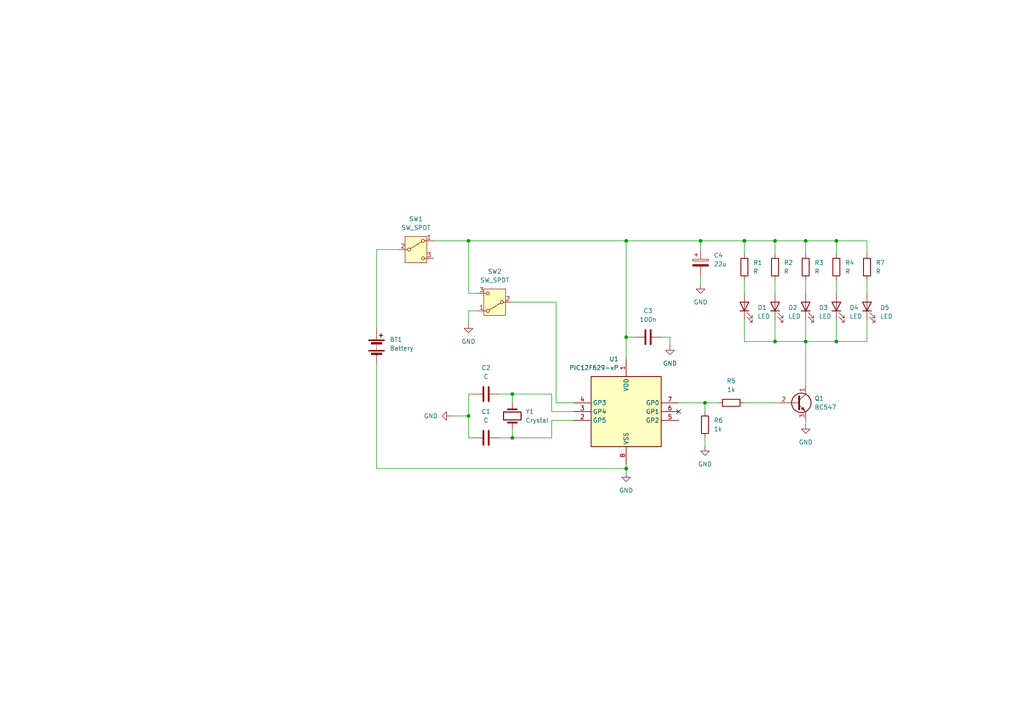
<source format=kicad_sch>
(kicad_sch (version 20250114) (generator "eeschema") (generator_version "9.0")
  (paper "A4")
  (lib_symbols
    (symbol "Device:Battery" (pin_numbers (hide yes)) (pin_names (offset 0) (hide yes))
      (property "Reference" "BT" (at 2.54 2.54 0))
      (property "Value" "Battery" (at 2.54 0 0))
      (symbol "Battery_0_1"
        (rectangle (start -2.286 1.778) (end 2.286 1.524) (fill (type outline)))
        (rectangle (start -2.286 -1.27) (end 2.286 -1.524) (fill (type outline)))
        (rectangle (start -1.524 1.016) (end 1.524 0.508) (fill (type outline)))
        (rectangle (start -1.524 -2.032) (end 1.524 -2.54) (fill (type outline)))
        (polyline (pts (xy 0 1.778) (xy 0 2.54)))
        (polyline (pts (xy 0 0) (xy 0 0.254)))
        (polyline (pts (xy 0 -0.508) (xy 0 -0.254)))
        (polyline (pts (xy 0 -1.016) (xy 0 -0.762)))
        (polyline (pts (xy 0.762 3.048) (xy 1.778 3.048)) (stroke (width 0.254)))
        (polyline (pts (xy 1.27 3.556) (xy 1.27 2.54)) (stroke (width 0.254)))
      )
      (symbol "Battery_1_1"
        (pin passive line (at 0 5.08 270) (length 2.54) (name "+") (number "1"))
        (pin passive line (at 0 -5.08 90) (length 2.54) (name "-") (number "2"))
      )
    )
    (symbol "Device:C" (pin_numbers (hide yes)) (pin_names (offset 0.254))
      (property "Reference" "C" (at 0.635 2.54 0))
      (property "Value" "C" (at 0.635 -2.54 0))
      (symbol "C_0_1"
        (polyline (pts (xy -2.032 0.762) (xy 2.032 0.762)) (stroke (width 0.508)))
        (polyline (pts (xy -2.032 -0.762) (xy 2.032 -0.762)) (stroke (width 0.508)))
      )
      (symbol "C_1_1"
        (pin passive line (at 0 3.81 270) (length 2.794) (name "~") (number "1"))
        (pin passive line (at 0 -3.81 90) (length 2.794) (name "~") (number "2"))
      )
    )
    (symbol "Device:C_Polarized" (pin_numbers (hide yes)) (pin_names (offset 0.254))
      (property "Reference" "C" (at 0.635 2.54 0))
      (property "Value" "C_Polarized" (at 0.635 -2.54 0))
      (symbol "C_Polarized_0_1"
        (rectangle (start -2.286 0.508) (end 2.286 1.016))
        (polyline (pts (xy -1.778 2.286) (xy -0.762 2.286)))
        (polyline (pts (xy -1.27 2.794) (xy -1.27 1.778)))
        (rectangle (start 2.286 -0.508) (end -2.286 -1.016) (fill (type outline)))
      )
      (symbol "C_Polarized_1_1"
        (pin passive line (at 0 3.81 270) (length 2.794) (name "~") (number "1"))
        (pin passive line (at 0 -3.81 90) (length 2.794) (name "~") (number "2"))
      )
    )
    (symbol "Device:Crystal" (pin_numbers (hide yes)) (pin_names (offset 1.016) (hide yes))
      (property "Reference" "Y" (at 0 3.81 0))
      (property "Value" "Crystal" (at 0 -3.81 0))
      (symbol "Crystal_0_1"
        (polyline (pts (xy -2.54 0) (xy -1.905 0)))
        (polyline (pts (xy -1.905 -1.27) (xy -1.905 1.27)) (stroke (width 0.508)))
        (rectangle (start -1.143 2.54) (end 1.143 -2.54) (stroke (width 0.3048)))
        (polyline (pts (xy 1.905 -1.27) (xy 1.905 1.27)) (stroke (width 0.508)))
        (polyline (pts (xy 2.54 0) (xy 1.905 0)))
      )
      (symbol "Crystal_1_1"
        (pin passive line (at -3.81 0 0) (length 1.27) (name "1") (number "1"))
        (pin passive line (at 3.81 0 180) (length 1.27) (name "2") (number "2"))
      )
    )
    (symbol "Device:LED" (pin_numbers (hide yes)) (pin_names (offset 1.016) (hide yes))
      (property "Reference" "D" (at 0 2.54 0))
      (property "Value" "LED" (at 0 -2.54 0))
      (symbol "LED_0_1"
        (polyline (pts (xy -3.048 -0.762) (xy -4.572 -2.286) (xy -3.81 -2.286) (xy -4.572 -2.286) (xy -4.572 -1.524)))
        (polyline (pts (xy -1.778 -0.762) (xy -3.302 -2.286) (xy -2.54 -2.286) (xy -3.302 -2.286) (xy -3.302 -1.524)))
        (polyline (pts (xy -1.27 0) (xy 1.27 0)))
        (polyline (pts (xy -1.27 -1.27) (xy -1.27 1.27)) (stroke (width 0.254)))
        (polyline (pts (xy 1.27 -1.27) (xy 1.27 1.27) (xy -1.27 0) (xy 1.27 -1.27)) (stroke (width 0.254)))
      )
      (symbol "LED_1_1"
        (pin passive line (at -3.81 0 0) (length 2.54) (name "K") (number "1"))
        (pin passive line (at 3.81 0 180) (length 2.54) (name "A") (number "2"))
      )
    )
    (symbol "Device:R" (pin_numbers (hide yes)) (pin_names (offset 0))
      (property "Reference" "R" (at 2.032 0 90))
      (property "Value" "R" (at 0 0 90))
      (symbol "R_0_1"
        (rectangle (start -1.016 -2.54) (end 1.016 2.54) (stroke (width 0.254)))
      )
      (symbol "R_1_1"
        (pin passive line (at 0 3.81 270) (length 1.27) (name "~") (number "1"))
        (pin passive line (at 0 -3.81 90) (length 1.27) (name "~") (number "2"))
      )
    )
    (symbol "MCU_Microchip_PIC12:PIC12F629-xP"
      (property "Reference" "U" (at 1.27 13.97 0))
      (property "Value" "PIC12F629-xP" (at 1.27 11.43 0))
      (symbol "PIC12F629-xP_0_1"
        (rectangle (start 10.16 -10.16) (end -10.16 10.16) (stroke (width 0.254)) (fill (type background)))
      )
      (symbol "PIC12F629-xP_1_1"
        (pin bidirectional line (at -15.24 2.54 0) (length 5.08) (name "GP0") (number "7"))
        (pin bidirectional line (at -15.24 0 0) (length 5.08) (name "GP1") (number "6"))
        (pin bidirectional line (at -15.24 -2.54 0) (length 5.08) (name "GP2") (number "5"))
        (pin power_in line (at 0 15.24 270) (length 5.08) (name "VDD") (number "1"))
        (pin power_in line (at 0 -15.24 90) (length 5.08) (name "VSS") (number "8"))
        (pin input line (at 15.24 2.54 180) (length 5.08) (name "GP3") (number "4"))
        (pin bidirectional line (at 15.24 0 180) (length 5.08) (name "GP4") (number "3"))
        (pin bidirectional line (at 15.24 -2.54 180) (length 5.08) (name "GP5") (number "2"))
      )
    )
    (symbol "Switch:SW_SPDT" (pin_names (offset 0) (hide yes))
      (property "Reference" "SW" (at 0 5.08 0))
      (property "Value" "SW_SPDT" (at 0 -5.08 0))
      (symbol "SW_SPDT_0_1"
        (circle (center -2.032 0) (radius 0.4572))
        (polyline (pts (xy -1.651 0.254) (xy 1.651 2.286)))
        (circle (center 2.032 2.54) (radius 0.4572))
        (circle (center 2.032 -2.54) (radius 0.4572))
      )
      (symbol "SW_SPDT_1_1"
        (rectangle (start -3.175 3.81) (end 3.175 -3.81) (fill (type background)))
        (pin passive line (at -5.08 0 0) (length 2.54) (name "B") (number "2"))
        (pin passive line (at 5.08 2.54 180) (length 2.54) (name "A") (number "1"))
        (pin passive line (at 5.08 -2.54 180) (length 2.54) (name "C") (number "3"))
      )
    )
    (symbol "Transistor_BJT:BC547" (pin_names (offset 0) (hide yes))
      (property "Reference" "Q" (at 5.08 1.905 0))
      (property "Value" "BC547" (at 5.08 0 0))
      (symbol "BC547_0_1"
        (polyline (pts (xy -2.54 0) (xy 0.635 0)))
        (polyline (pts (xy 0.635 1.905) (xy 0.635 -1.905)) (stroke (width 0.508)))
        (circle (center 1.27 0) (radius 2.8194) (stroke (width 0.254)))
      )
      (symbol "BC547_1_1"
        (polyline (pts (xy 0.635 0.635) (xy 2.54 2.54)))
        (polyline (pts (xy 0.635 -0.635) (xy 2.54 -2.54)))
        (polyline (pts (xy 1.27 -1.778) (xy 1.778 -1.27) (xy 2.286 -2.286) (xy 1.27 -1.778)) (fill (type outline)))
        (pin input line (at -5.08 0 0) (length 2.54) (name "B") (number "2"))
        (pin passive line (at 2.54 5.08 270) (length 2.54) (name "C") (number "1"))
        (pin passive line (at 2.54 -5.08 90) (length 2.54) (name "E") (number "3"))
      )
    )
    (symbol "power:GND" (power) (pin_numbers (hide yes)) (pin_names (offset 0) (hide yes))
      (property "Value" "GND" (at 0 -3.81 0))
      (symbol "GND_0_1"
        (polyline (pts (xy 0 0) (xy 0 -1.27) (xy 1.27 -1.27) (xy 0 -2.54) (xy -1.27 -1.27) (xy 0 -1.27)))
      )
      (symbol "GND_1_1"
        (pin power_in line (at 0 0 270) (length 0) (name "~") (number "1"))
      )
    )
  )
  (junction (at 181.61 135.89))
  (junction (at 215.9 69.85))
  (junction (at 135.89 120.65))
  (junction (at 233.68 69.85))
  (junction (at 148.59 114.3))
  (junction (at 181.61 69.85))
  (junction (at 204.47 116.84))
  (junction (at 233.68 99.06))
  (junction (at 148.59 127))
  (junction (at 203.2 69.85))
  (junction (at 242.57 69.85))
  (junction (at 224.79 99.06))
  (junction (at 242.57 99.06))
  (junction (at 224.79 69.85))
  (junction (at 181.61 97.79))
  (junction (at 135.89 69.85))
  (no_connect (at 196.85 119.38))
  (wire (pts (xy 138.43 90.17) (xy 135.89 90.17)))
  (wire (pts (xy 224.79 81.28) (xy 224.79 85.09)))
  (wire (pts (xy 109.22 95.25) (xy 109.22 72.39)))
  (wire (pts (xy 233.68 92.71) (xy 233.68 99.06)))
  (wire (pts (xy 144.78 127) (xy 148.59 127)))
  (wire (pts (xy 125.73 69.85) (xy 135.89 69.85)))
  (wire (pts (xy 215.9 81.28) (xy 215.9 85.09)))
  (wire (pts (xy 233.68 99.06) (xy 242.57 99.06)))
  (wire (pts (xy 135.89 69.85) (xy 181.61 69.85)))
  (wire (pts (xy 135.89 114.3) (xy 137.16 114.3)))
  (wire (pts (xy 251.46 92.71) (xy 251.46 99.06)))
  (wire (pts (xy 233.68 121.92) (xy 233.68 123.19)))
  (wire (pts (xy 109.22 105.41) (xy 109.22 135.89)))
  (wire (pts (xy 215.9 116.84) (xy 226.06 116.84)))
  (wire (pts (xy 135.89 120.65) (xy 135.89 127)))
  (wire (pts (xy 148.59 114.3) (xy 148.59 116.84)))
  (wire (pts (xy 166.37 116.84) (xy 161.29 116.84)))
  (wire (pts (xy 203.2 80.01) (xy 203.2 82.55)))
  (wire (pts (xy 233.68 99.06) (xy 233.68 111.76)))
  (wire (pts (xy 109.22 72.39) (xy 115.57 72.39)))
  (wire (pts (xy 135.89 120.65) (xy 135.89 114.3)))
  (wire (pts (xy 224.79 69.85) (xy 224.79 73.66)))
  (wire (pts (xy 138.43 85.09) (xy 135.89 85.09)))
  (wire (pts (xy 215.9 92.71) (xy 215.9 99.06)))
  (wire (pts (xy 251.46 81.28) (xy 251.46 85.09)))
  (wire (pts (xy 161.29 87.63) (xy 148.59 87.63)))
  (wire (pts (xy 251.46 73.66) (xy 251.46 69.85)))
  (wire (pts (xy 215.9 99.06) (xy 224.79 99.06)))
  (wire (pts (xy 204.47 116.84) (xy 208.28 116.84)))
  (wire (pts (xy 166.37 119.38) (xy 160.02 119.38)))
  (wire (pts (xy 148.59 124.46) (xy 148.59 127)))
  (wire (pts (xy 242.57 69.85) (xy 251.46 69.85)))
  (wire (pts (xy 181.61 69.85) (xy 181.61 97.79)))
  (wire (pts (xy 160.02 114.3) (xy 148.59 114.3)))
  (wire (pts (xy 181.61 97.79) (xy 184.15 97.79)))
  (wire (pts (xy 161.29 116.84) (xy 161.29 87.63)))
  (wire (pts (xy 224.79 92.71) (xy 224.79 99.06)))
  (wire (pts (xy 242.57 81.28) (xy 242.57 85.09)))
  (wire (pts (xy 181.61 135.89) (xy 181.61 137.16)))
  (wire (pts (xy 203.2 69.85) (xy 215.9 69.85)))
  (wire (pts (xy 181.61 69.85) (xy 203.2 69.85)))
  (wire (pts (xy 224.79 99.06) (xy 233.68 99.06)))
  (wire (pts (xy 160.02 119.38) (xy 160.02 114.3)))
  (wire (pts (xy 135.89 69.85) (xy 135.89 85.09)))
  (wire (pts (xy 130.81 120.65) (xy 135.89 120.65)))
  (wire (pts (xy 233.68 81.28) (xy 233.68 85.09)))
  (wire (pts (xy 215.9 73.66) (xy 215.9 69.85)))
  (wire (pts (xy 196.85 116.84) (xy 204.47 116.84)))
  (wire (pts (xy 224.79 69.85) (xy 233.68 69.85)))
  (wire (pts (xy 233.68 69.85) (xy 233.68 73.66)))
  (wire (pts (xy 181.61 134.62) (xy 181.61 135.89)))
  (wire (pts (xy 203.2 69.85) (xy 203.2 72.39)))
  (wire (pts (xy 215.9 69.85) (xy 224.79 69.85)))
  (wire (pts (xy 144.78 114.3) (xy 148.59 114.3)))
  (wire (pts (xy 242.57 73.66) (xy 242.57 69.85)))
  (wire (pts (xy 181.61 97.79) (xy 181.61 104.14)))
  (wire (pts (xy 135.89 90.17) (xy 135.89 93.98)))
  (wire (pts (xy 251.46 99.06) (xy 242.57 99.06)))
  (wire (pts (xy 137.16 127) (xy 135.89 127)))
  (wire (pts (xy 191.77 97.79) (xy 194.31 97.79)))
  (wire (pts (xy 194.31 100.33) (xy 194.31 97.79)))
  (wire (pts (xy 242.57 99.06) (xy 242.57 92.71)))
  (wire (pts (xy 160.02 121.92) (xy 160.02 127)))
  (wire (pts (xy 204.47 116.84) (xy 204.47 119.38)))
  (wire (pts (xy 242.57 69.85) (xy 233.68 69.85)))
  (wire (pts (xy 148.59 127) (xy 160.02 127)))
  (wire (pts (xy 166.37 121.92) (xy 160.02 121.92)))
  (wire (pts (xy 109.22 135.89) (xy 181.61 135.89)))
  (wire (pts (xy 204.47 127) (xy 204.47 129.54)))
  (symbol (lib_id "Switch:SW_SPDT") (at 143.51 87.63 180) (unit 1)
    (property "Reference" "SW2" (at 143.51 78.74 0))
    (property "Value" "SW_SPDT" (at 143.51 81.28 0))
    (property "Description" "Switch, single pole double throw" (effects (hide yes)))
  )
  (symbol (lib_id "Transistor_BJT:BC547") (at 231.14 116.84 0) (unit 1)
    (property "Reference" "Q1" (at 236.22 115.5699 0) (effects (justify left)))
    (property "Value" "BC547" (at 236.22 118.1099 0) (effects (justify left)))
    (property "Footprint" "Package_TO_SOT_THT:TO-92L_HandSolder" (effects (hide yes)))
    (property "Datasheet" "https://www.onsemi.com/pub/Collateral/BC550-D.pdf" (effects (hide yes)))
    (property "Description" "0.1A Ic, 45V Vce, Small Signal NPN Transistor, TO-92" (effects (hide yes)))
  )
  (symbol (lib_id "Device:Crystal") (at 148.59 120.65 90) (unit 1)
    (property "Reference" "Y1" (at 152.4 119.3799 90) (effects (justify right)))
    (property "Value" "Crystal" (at 152.4 121.9199 90) (effects (justify right)))
    (property "Footprint" "Crystal:Crystal_HC18-U_Vertical" (effects (hide yes)))
    (property "Description" "Two pin crystal" (effects (hide yes)))
  )
  (symbol (lib_id "Device:C") (at 187.96 97.79 90) (unit 1)
    (property "Reference" "C3" (at 187.96 90.17 90))
    (property "Value" "100n" (at 187.96 92.71 90))
    (property "Footprint" "Capacitor_THT:C_Disc_D5.0mm_W2.5mm_P2.50mm" (effects (hide yes)))
    (property "Description" "Unpolarized capacitor" (effects (hide yes)))
  )
  (symbol (lib_id "Device:LED") (at 224.79 88.9 90) (unit 1)
    (property "Reference" "D2" (at 228.6 89.2174 90) (effects (justify right)))
    (property "Value" "LED" (at 228.6 91.7574 90) (effects (justify right)))
    (property "Footprint" "LED_THT:LED_D5.0mm_Horizontal_O1.27mm_Z3.0mm_Clear" (effects (hide yes)))
    (property "Description" "Light emitting diode" (effects (hide yes)))
    (property "Sim.Pins" "1=K 2=A" (effects (hide yes)))
  )
  (symbol (lib_id "Device:C") (at 140.97 127 90) (unit 1)
    (property "Reference" "C1" (at 140.97 119.38 90))
    (property "Value" "C" (at 140.97 121.92 90))
    (property "Footprint" "Capacitor_THT:C_Disc_D4.3mm_W1.9mm_P5.00mm" (effects (hide yes)))
    (property "Description" "Unpolarized capacitor" (effects (hide yes)))
  )
  (symbol (lib_id "power:GND") (at 233.68 123.19 0) (unit 1)
    (property "Reference" "#PWR02" (effects (hide yes)))
    (property "Value" "GND" (at 233.68 128.27 0))
    (property "Description" "Power symbol creates a global label with name \"GND\" , ground" (effects (hide yes)))
  )
  (symbol (lib_id "Device:LED") (at 242.57 88.9 90) (unit 1)
    (property "Reference" "D4" (at 246.38 89.2174 90) (effects (justify right)))
    (property "Value" "LED" (at 246.38 91.7574 90) (effects (justify right)))
    (property "Footprint" "LED_THT:LED_D5.0mm_Horizontal_O1.27mm_Z3.0mm_Clear" (effects (hide yes)))
    (property "Description" "Light emitting diode" (effects (hide yes)))
    (property "Sim.Pins" "1=K 2=A" (effects (hide yes)))
  )
  (symbol (lib_id "Device:Battery") (at 109.22 100.33 0) (unit 1)
    (property "Reference" "BT1" (at 113.03 98.4884 0) (effects (justify left)))
    (property "Value" "Battery" (at 113.03 101.0284 0) (effects (justify left)))
    (property "Footprint" "Battery:BatteryHolder_Keystone_2462_2xAA" (effects (hide yes)))
    (property "Description" "Multiple-cell battery" (effects (hide yes)))
  )
  (symbol (lib_id "Device:R") (at 204.47 123.19 180) (unit 1)
    (property "Reference" "R6" (at 207.01 121.9199 0) (effects (justify right)))
    (property "Value" "1k" (at 207.01 124.4599 0) (effects (justify right)))
    (property "Footprint" "Resistor_THT:R_Axial_DIN0204_L3.6mm_D1.6mm_P5.08mm_Horizontal" (effects (hide yes)))
    (property "Description" "Resistor" (effects (hide yes)))
  )
  (symbol (lib_id "Device:R") (at 224.79 77.47 0) (unit 1)
    (property "Reference" "R2" (at 227.33 76.1999 0) (effects (justify left)))
    (property "Value" "R" (at 227.33 78.7399 0) (effects (justify left)))
    (property "Footprint" "Resistor_THT:R_Axial_DIN0204_L3.6mm_D1.6mm_P5.08mm_Horizontal" (effects (hide yes)))
    (property "Description" "Resistor" (effects (hide yes)))
  )
  (symbol (lib_id "MCU_Microchip_PIC12:PIC12F629-xP") (at 181.61 119.38 0) (mirror y) (unit 1)
    (property "Reference" "U1" (at 179.4667 104.14 0) (effects (justify left)))
    (property "Value" "PIC12F629-xP" (at 179.4667 106.68 0) (effects (justify left)))
    (property "Footprint" "Package_DIP:DIP-8_W7.62mm_LongPads" (effects (hide yes)))
    (property "Datasheet" "https://ww1.microchip.com/downloads/en/DeviceDoc/41190G.pdf" (effects (hide yes)))
    (property "Description" "1024W Flash, 64B SRAM, 128B EEPROM, PDIP-8" (effects (hide yes)))
  )
  (symbol (lib_id "Device:R") (at 215.9 77.47 0) (unit 1)
    (property "Reference" "R1" (at 218.44 76.1999 0) (effects (justify left)))
    (property "Value" "R" (at 218.44 78.7399 0) (effects (justify left)))
    (property "Footprint" "Resistor_THT:R_Axial_DIN0204_L3.6mm_D1.6mm_P5.08mm_Horizontal" (effects (hide yes)))
    (property "Description" "Resistor" (effects (hide yes)))
  )
  (symbol (lib_id "power:GND") (at 181.61 137.16 0) (unit 1)
    (property "Reference" "#PWR04" (effects (hide yes)))
    (property "Value" "GND" (at 181.61 142.24 0))
    (property "Description" "Power symbol creates a global label with name \"GND\" , ground" (effects (hide yes)))
  )
  (symbol (lib_id "Device:R") (at 212.09 116.84 90) (unit 1)
    (property "Reference" "R5" (at 212.09 110.49 90))
    (property "Value" "1k" (at 212.09 113.03 90))
    (property "Footprint" "Resistor_THT:R_Axial_DIN0204_L3.6mm_D1.6mm_P5.08mm_Horizontal" (effects (hide yes)))
    (property "Description" "Resistor" (effects (hide yes)))
  )
  (symbol (lib_id "power:GND") (at 135.89 93.98 0) (unit 1)
    (property "Reference" "#PWR07" (effects (hide yes)))
    (property "Value" "GND" (at 135.89 99.06 0))
    (property "Description" "Power symbol creates a global label with name \"GND\" , ground" (effects (hide yes)))
  )
  (symbol (lib_id "Device:R") (at 251.46 77.47 0) (unit 1)
    (property "Reference" "R7" (at 254 76.1999 0) (effects (justify left)))
    (property "Value" "R" (at 254 78.7399 0) (effects (justify left)))
    (property "Footprint" "Resistor_THT:R_Axial_DIN0204_L3.6mm_D1.6mm_P5.08mm_Horizontal" (effects (hide yes)))
    (property "Description" "Resistor" (effects (hide yes)))
  )
  (symbol (lib_id "power:GND") (at 194.31 100.33 0) (unit 1)
    (property "Reference" "#PWR06" (effects (hide yes)))
    (property "Value" "GND" (at 194.31 105.41 0))
    (property "Description" "Power symbol creates a global label with name \"GND\" , ground" (effects (hide yes)))
  )
  (symbol (lib_id "Device:LED") (at 233.68 88.9 90) (unit 1)
    (property "Reference" "D3" (at 237.49 89.2174 90) (effects (justify right)))
    (property "Value" "LED" (at 237.49 91.7574 90) (effects (justify right)))
    (property "Footprint" "LED_THT:LED_D5.0mm_Horizontal_O1.27mm_Z3.0mm_Clear" (effects (hide yes)))
    (property "Description" "Light emitting diode" (effects (hide yes)))
    (property "Sim.Pins" "1=K 2=A" (effects (hide yes)))
  )
  (symbol (lib_id "power:GND") (at 204.47 129.54 0) (unit 1)
    (property "Reference" "#PWR03" (effects (hide yes)))
    (property "Value" "GND" (at 204.47 134.62 0))
    (property "Description" "Power symbol creates a global label with name \"GND\" , ground" (effects (hide yes)))
  )
  (symbol (lib_id "Device:R") (at 242.57 77.47 0) (unit 1)
    (property "Reference" "R4" (at 245.11 76.1999 0) (effects (justify left)))
    (property "Value" "R" (at 245.11 78.7399 0) (effects (justify left)))
    (property "Footprint" "Resistor_THT:R_Axial_DIN0204_L3.6mm_D1.6mm_P5.08mm_Horizontal" (effects (hide yes)))
    (property "Description" "Resistor" (effects (hide yes)))
  )
  (symbol (lib_id "Device:LED") (at 215.9 88.9 90) (unit 1)
    (property "Reference" "D1" (at 219.71 89.2174 90) (effects (justify right)))
    (property "Value" "LED" (at 219.71 91.7574 90) (effects (justify right)))
    (property "Footprint" "LED_THT:LED_D5.0mm_Horizontal_O1.27mm_Z3.0mm_Clear" (effects (hide yes)))
    (property "Description" "Light emitting diode" (effects (hide yes)))
    (property "Sim.Pins" "1=K 2=A" (effects (hide yes)))
  )
  (symbol (lib_id "Switch:SW_SPDT") (at 120.65 72.39 0) (unit 1)
    (property "Reference" "SW1" (at 120.65 63.5 0))
    (property "Value" "SW_SPDT" (at 120.65 66.04 0))
    (property "Description" "Switch, single pole double throw" (effects (hide yes)))
  )
  (symbol (lib_id "Device:LED") (at 251.46 88.9 90) (unit 1)
    (property "Reference" "D5" (at 255.27 89.2174 90) (effects (justify right)))
    (property "Value" "LED" (at 255.27 91.7574 90) (effects (justify right)))
    (property "Footprint" "LED_THT:LED_D5.0mm_Horizontal_O1.27mm_Z3.0mm_Clear" (effects (hide yes)))
    (property "Description" "Light emitting diode" (effects (hide yes)))
    (property "Sim.Pins" "1=K 2=A" (effects (hide yes)))
  )
  (symbol (lib_id "power:GND") (at 203.2 82.55 0) (unit 1)
    (property "Reference" "#PWR05" (effects (hide yes)))
    (property "Value" "GND" (at 203.2 87.63 0))
    (property "Description" "Power symbol creates a global label with name \"GND\" , ground" (effects (hide yes)))
  )
  (symbol (lib_id "Device:C") (at 140.97 114.3 90) (unit 1)
    (property "Reference" "C2" (at 140.97 106.68 90))
    (property "Value" "C" (at 140.97 109.22 90))
    (property "Footprint" "Capacitor_THT:C_Disc_D4.3mm_W1.9mm_P5.00mm" (effects (hide yes)))
    (property "Description" "Unpolarized capacitor" (effects (hide yes)))
  )
  (symbol (lib_id "Device:C_Polarized") (at 203.2 76.2 0) (unit 1)
    (property "Reference" "C4" (at 207.01 74.0409 0) (effects (justify left)))
    (property "Value" "22u" (at 207.01 76.5809 0) (effects (justify left)))
    (property "Footprint" "Capacitor_THT:CP_Radial_D5.0mm_P2.50mm" (effects (hide yes)))
    (property "Description" "Polarized capacitor" (effects (hide yes)))
  )
  (symbol (lib_id "power:GND") (at 130.81 120.65 270) (unit 1)
    (property "Reference" "#PWR01" (effects (hide yes)))
    (property "Value" "GND" (at 127 120.6499 90) (effects (justify right)))
    (property "Description" "Power symbol creates a global label with name \"GND\" , ground" (effects (hide yes)))
  )
  (symbol (lib_id "Device:R") (at 233.68 77.47 0) (unit 1)
    (property "Reference" "R3" (at 236.22 76.1999 0) (effects (justify left)))
    (property "Value" "R" (at 236.22 78.7399 0) (effects (justify left)))
    (property "Footprint" "Resistor_THT:R_Axial_DIN0204_L3.6mm_D1.6mm_P5.08mm_Horizontal" (effects (hide yes)))
    (property "Description" "Resistor" (effects (hide yes)))
  )
)
</source>
